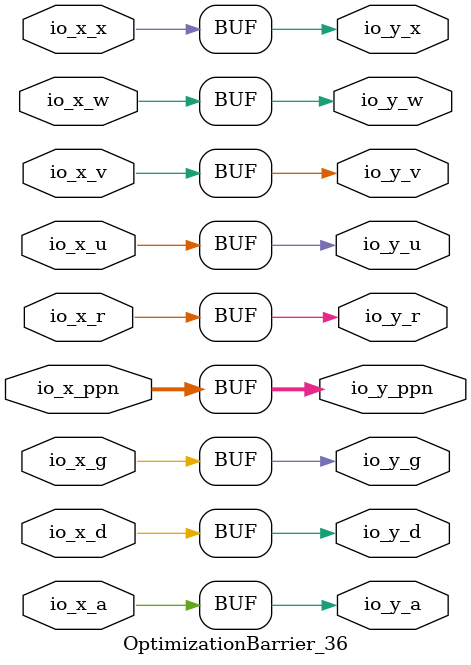
<source format=v>
module OptimizationBarrier_36(
  input  [53:0] io_x_ppn,
  input         io_x_d,
  input         io_x_a,
  input         io_x_g,
  input         io_x_u,
  input         io_x_x,
  input         io_x_w,
  input         io_x_r,
  input         io_x_v,
  output [53:0] io_y_ppn,
  output        io_y_d,
  output        io_y_a,
  output        io_y_g,
  output        io_y_u,
  output        io_y_x,
  output        io_y_w,
  output        io_y_r,
  output        io_y_v
);
  assign io_y_ppn = io_x_ppn; 
  assign io_y_d = io_x_d; 
  assign io_y_a = io_x_a; 
  assign io_y_g = io_x_g; 
  assign io_y_u = io_x_u; 
  assign io_y_x = io_x_x; 
  assign io_y_w = io_x_w; 
  assign io_y_r = io_x_r; 
  assign io_y_v = io_x_v; 
endmodule
</source>
